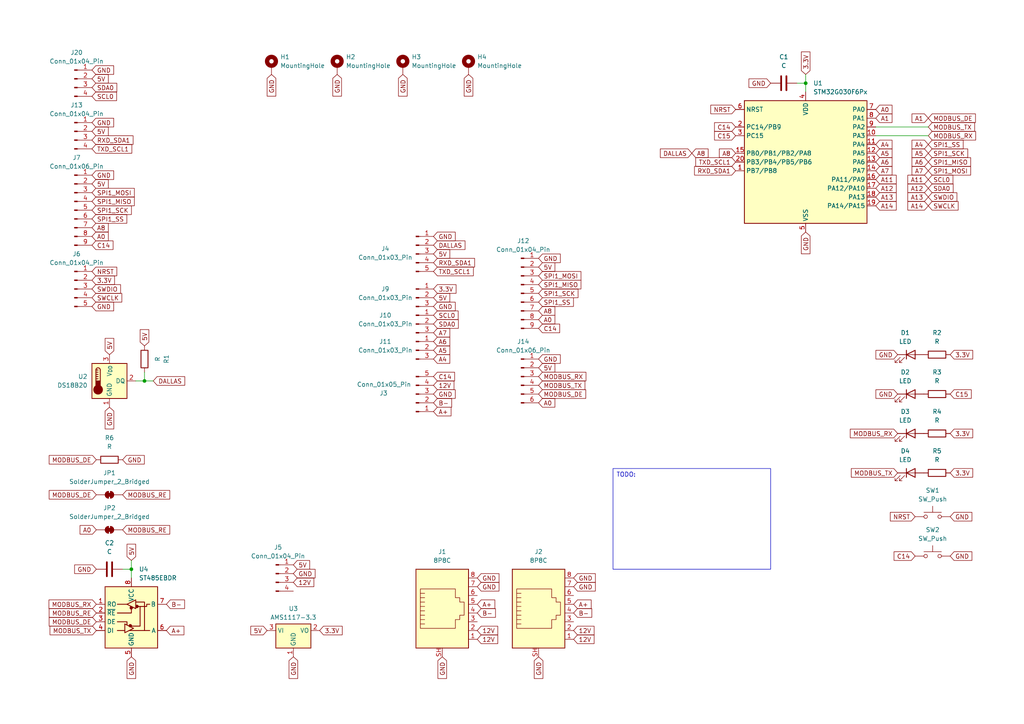
<source format=kicad_sch>
(kicad_sch (version 20231120) (generator "eeschema") (generator_version "8.0")
  (paper "A4")
  (lib_symbols
    (symbol "Connector:8P8C_Shielded" (pin_names (offset 1.016))
      (property "Reference" "J" (at -5.08 13.97 0))
      (property "Value" "8P8C_Shielded" (at 2.54 13.97 0))
      (symbol "8P8C_Shielded_0_1"
        (polyline (pts (xy -5.08 4.445) (xy -6.35 4.445)))
        (polyline (pts (xy -5.08 5.715) (xy -6.35 5.715)))
        (polyline (pts (xy -6.35 -3.175) (xy -5.08 -3.175) (xy -5.08 -3.175)))
        (polyline (pts (xy -6.35 -1.905) (xy -5.08 -1.905) (xy -5.08 -1.905)))
        (polyline (pts (xy -6.35 -0.635) (xy -5.08 -0.635) (xy -5.08 -0.635)))
        (polyline (pts (xy -6.35 0.635) (xy -5.08 0.635) (xy -5.08 0.635)))
        (polyline (pts (xy -6.35 1.905) (xy -5.08 1.905) (xy -5.08 1.905)))
        (polyline (pts (xy -5.08 3.175) (xy -6.35 3.175) (xy -6.35 3.175)))
        (polyline (pts (xy -6.35 -4.445) (xy -6.35 6.985) (xy 3.81 6.985) (xy 3.81 4.445) (xy 5.08 4.445) (xy 5.08 3.175) (xy 6.35 3.175) (xy 6.35 -0.635) (xy 5.08 -0.635) (xy 5.08 -1.905) (xy 3.81 -1.905) (xy 3.81 -4.445) (xy -6.35 -4.445) (xy -6.35 -4.445)))
        (rectangle (start 7.62 12.7) (end -7.62 -10.16) (stroke (width 0.254)) (fill (type background)))
      )
      (symbol "8P8C_Shielded_1_1"
        (pin passive line (at 10.16 -7.62 180) (length 2.54) (name "~") (number "1"))
        (pin passive line (at 10.16 -5.08 180) (length 2.54) (name "~") (number "2"))
        (pin passive line (at 10.16 -2.54 180) (length 2.54) (name "~") (number "3"))
        (pin passive line (at 10.16 0 180) (length 2.54) (name "~") (number "4"))
        (pin passive line (at 10.16 2.54 180) (length 2.54) (name "~") (number "5"))
        (pin passive line (at 10.16 5.08 180) (length 2.54) (name "~") (number "6"))
        (pin passive line (at 10.16 7.62 180) (length 2.54) (name "~") (number "7"))
        (pin passive line (at 10.16 10.16 180) (length 2.54) (name "~") (number "8"))
        (pin passive line (at 0 -12.7 90) (length 2.54) (name "~") (number "SH"))
      )
    )
    (symbol "Connector:Conn_01x03_Pin" (pin_names (offset 1.016) hide)
      (property "Reference" "J" (at 0 5.08 0))
      (property "Value" "Conn_01x03_Pin" (at 0 -5.08 0))
      (symbol "Conn_01x03_Pin_1_1"
        (polyline (pts (xy 1.27 -2.54) (xy 0.8636 -2.54)) (stroke (width 0.1524)))
        (polyline (pts (xy 1.27 0) (xy 0.8636 0)) (stroke (width 0.1524)))
        (polyline (pts (xy 1.27 2.54) (xy 0.8636 2.54)) (stroke (width 0.1524)))
        (rectangle (start 0.8636 -2.413) (end 0 -2.667) (stroke (width 0.1524)) (fill (type outline)))
        (rectangle (start 0.8636 0.127) (end 0 -0.127) (stroke (width 0.1524)) (fill (type outline)))
        (rectangle (start 0.8636 2.667) (end 0 2.413) (stroke (width 0.1524)) (fill (type outline)))
        (pin passive line (at 5.08 2.54 180) (length 3.81) (name "Pin_1") (number "1"))
        (pin passive line (at 5.08 0 180) (length 3.81) (name "Pin_2") (number "2"))
        (pin passive line (at 5.08 -2.54 180) (length 3.81) (name "Pin_3") (number "3"))
      )
    )
    (symbol "Connector:Conn_01x04_Pin" (pin_names (offset 1.016) hide)
      (property "Reference" "J" (at 0 5.08 0))
      (property "Value" "Conn_01x04_Pin" (at 0 -7.62 0))
      (symbol "Conn_01x04_Pin_1_1"
        (polyline (pts (xy 1.27 -5.08) (xy 0.8636 -5.08)) (stroke (width 0.1524)))
        (polyline (pts (xy 1.27 -2.54) (xy 0.8636 -2.54)) (stroke (width 0.1524)))
        (polyline (pts (xy 1.27 0) (xy 0.8636 0)) (stroke (width 0.1524)))
        (polyline (pts (xy 1.27 2.54) (xy 0.8636 2.54)) (stroke (width 0.1524)))
        (rectangle (start 0.8636 -4.953) (end 0 -5.207) (stroke (width 0.1524)) (fill (type outline)))
        (rectangle (start 0.8636 -2.413) (end 0 -2.667) (stroke (width 0.1524)) (fill (type outline)))
        (rectangle (start 0.8636 0.127) (end 0 -0.127) (stroke (width 0.1524)) (fill (type outline)))
        (rectangle (start 0.8636 2.667) (end 0 2.413) (stroke (width 0.1524)) (fill (type outline)))
        (pin passive line (at 5.08 2.54 180) (length 3.81) (name "Pin_1") (number "1"))
        (pin passive line (at 5.08 0 180) (length 3.81) (name "Pin_2") (number "2"))
        (pin passive line (at 5.08 -2.54 180) (length 3.81) (name "Pin_3") (number "3"))
        (pin passive line (at 5.08 -5.08 180) (length 3.81) (name "Pin_4") (number "4"))
      )
    )
    (symbol "Connector:Conn_01x05_Pin" (pin_names (offset 1.016) hide)
      (property "Reference" "J" (at 0 7.62 0))
      (property "Value" "Conn_01x05_Pin" (at 0 -7.62 0))
      (symbol "Conn_01x05_Pin_1_1"
        (polyline (pts (xy 1.27 -5.08) (xy 0.8636 -5.08)) (stroke (width 0.1524)))
        (polyline (pts (xy 1.27 -2.54) (xy 0.8636 -2.54)) (stroke (width 0.1524)))
        (polyline (pts (xy 1.27 0) (xy 0.8636 0)) (stroke (width 0.1524)))
        (polyline (pts (xy 1.27 2.54) (xy 0.8636 2.54)) (stroke (width 0.1524)))
        (polyline (pts (xy 1.27 5.08) (xy 0.8636 5.08)) (stroke (width 0.1524)))
        (rectangle (start 0.8636 -4.953) (end 0 -5.207) (stroke (width 0.1524)) (fill (type outline)))
        (rectangle (start 0.8636 -2.413) (end 0 -2.667) (stroke (width 0.1524)) (fill (type outline)))
        (rectangle (start 0.8636 0.127) (end 0 -0.127) (stroke (width 0.1524)) (fill (type outline)))
        (rectangle (start 0.8636 2.667) (end 0 2.413) (stroke (width 0.1524)) (fill (type outline)))
        (rectangle (start 0.8636 5.207) (end 0 4.953) (stroke (width 0.1524)) (fill (type outline)))
        (pin passive line (at 5.08 5.08 180) (length 3.81) (name "Pin_1") (number "1"))
        (pin passive line (at 5.08 2.54 180) (length 3.81) (name "Pin_2") (number "2"))
        (pin passive line (at 5.08 0 180) (length 3.81) (name "Pin_3") (number "3"))
        (pin passive line (at 5.08 -2.54 180) (length 3.81) (name "Pin_4") (number "4"))
        (pin passive line (at 5.08 -5.08 180) (length 3.81) (name "Pin_5") (number "5"))
      )
    )
    (symbol "Connector:Conn_01x06_Pin" (pin_names (offset 1.016) hide)
      (property "Reference" "J" (at 0 7.62 0))
      (property "Value" "Conn_01x06_Pin" (at 0 -10.16 0))
      (symbol "Conn_01x06_Pin_1_1"
        (polyline (pts (xy 1.27 -7.62) (xy 0.8636 -7.62)) (stroke (width 0.1524)))
        (polyline (pts (xy 1.27 -5.08) (xy 0.8636 -5.08)) (stroke (width 0.1524)))
        (polyline (pts (xy 1.27 -2.54) (xy 0.8636 -2.54)) (stroke (width 0.1524)))
        (polyline (pts (xy 1.27 0) (xy 0.8636 0)) (stroke (width 0.1524)))
        (polyline (pts (xy 1.27 2.54) (xy 0.8636 2.54)) (stroke (width 0.1524)))
        (polyline (pts (xy 1.27 5.08) (xy 0.8636 5.08)) (stroke (width 0.1524)))
        (rectangle (start 0.8636 -7.493) (end 0 -7.747) (stroke (width 0.1524)) (fill (type outline)))
        (rectangle (start 0.8636 -4.953) (end 0 -5.207) (stroke (width 0.1524)) (fill (type outline)))
        (rectangle (start 0.8636 -2.413) (end 0 -2.667) (stroke (width 0.1524)) (fill (type outline)))
        (rectangle (start 0.8636 0.127) (end 0 -0.127) (stroke (width 0.1524)) (fill (type outline)))
        (rectangle (start 0.8636 2.667) (end 0 2.413) (stroke (width 0.1524)) (fill (type outline)))
        (rectangle (start 0.8636 5.207) (end 0 4.953) (stroke (width 0.1524)) (fill (type outline)))
        (pin passive line (at 5.08 5.08 180) (length 3.81) (name "Pin_1") (number "1"))
        (pin passive line (at 5.08 2.54 180) (length 3.81) (name "Pin_2") (number "2"))
        (pin passive line (at 5.08 0 180) (length 3.81) (name "Pin_3") (number "3"))
        (pin passive line (at 5.08 -2.54 180) (length 3.81) (name "Pin_4") (number "4"))
        (pin passive line (at 5.08 -5.08 180) (length 3.81) (name "Pin_5") (number "5"))
        (pin passive line (at 5.08 -7.62 180) (length 3.81) (name "Pin_6") (number "6"))
      )
    )
    (symbol "Connector:Conn_01x09_Pin" (pin_names (offset 1.016) hide)
      (property "Reference" "J" (at 0 12.7 0))
      (property "Value" "Conn_01x09_Pin" (at 0 -12.7 0))
      (symbol "Conn_01x09_Pin_1_1"
        (polyline (pts (xy 1.27 -10.16) (xy 0.8636 -10.16)) (stroke (width 0.1524)))
        (polyline (pts (xy 1.27 -7.62) (xy 0.8636 -7.62)) (stroke (width 0.1524)))
        (polyline (pts (xy 1.27 -5.08) (xy 0.8636 -5.08)) (stroke (width 0.1524)))
        (polyline (pts (xy 1.27 -2.54) (xy 0.8636 -2.54)) (stroke (width 0.1524)))
        (polyline (pts (xy 1.27 0) (xy 0.8636 0)) (stroke (width 0.1524)))
        (polyline (pts (xy 1.27 2.54) (xy 0.8636 2.54)) (stroke (width 0.1524)))
        (polyline (pts (xy 1.27 5.08) (xy 0.8636 5.08)) (stroke (width 0.1524)))
        (polyline (pts (xy 1.27 7.62) (xy 0.8636 7.62)) (stroke (width 0.1524)))
        (polyline (pts (xy 1.27 10.16) (xy 0.8636 10.16)) (stroke (width 0.1524)))
        (rectangle (start 0.8636 -10.033) (end 0 -10.287) (stroke (width 0.1524)) (fill (type outline)))
        (rectangle (start 0.8636 -7.493) (end 0 -7.747) (stroke (width 0.1524)) (fill (type outline)))
        (rectangle (start 0.8636 -4.953) (end 0 -5.207) (stroke (width 0.1524)) (fill (type outline)))
        (rectangle (start 0.8636 -2.413) (end 0 -2.667) (stroke (width 0.1524)) (fill (type outline)))
        (rectangle (start 0.8636 0.127) (end 0 -0.127) (stroke (width 0.1524)) (fill (type outline)))
        (rectangle (start 0.8636 2.667) (end 0 2.413) (stroke (width 0.1524)) (fill (type outline)))
        (rectangle (start 0.8636 5.207) (end 0 4.953) (stroke (width 0.1524)) (fill (type outline)))
        (rectangle (start 0.8636 7.747) (end 0 7.493) (stroke (width 0.1524)) (fill (type outline)))
        (rectangle (start 0.8636 10.287) (end 0 10.033) (stroke (width 0.1524)) (fill (type outline)))
        (pin passive line (at 5.08 10.16 180) (length 3.81) (name "Pin_1") (number "1"))
        (pin passive line (at 5.08 7.62 180) (length 3.81) (name "Pin_2") (number "2"))
        (pin passive line (at 5.08 5.08 180) (length 3.81) (name "Pin_3") (number "3"))
        (pin passive line (at 5.08 2.54 180) (length 3.81) (name "Pin_4") (number "4"))
        (pin passive line (at 5.08 0 180) (length 3.81) (name "Pin_5") (number "5"))
        (pin passive line (at 5.08 -2.54 180) (length 3.81) (name "Pin_6") (number "6"))
        (pin passive line (at 5.08 -5.08 180) (length 3.81) (name "Pin_7") (number "7"))
        (pin passive line (at 5.08 -7.62 180) (length 3.81) (name "Pin_8") (number "8"))
        (pin passive line (at 5.08 -10.16 180) (length 3.81) (name "Pin_9") (number "9"))
      )
    )
    (symbol "Device:C" (pin_numbers hide) (pin_names (offset 0.254))
      (property "Reference" "C" (at 0.635 2.54 0))
      (property "Value" "C" (at 0.635 -2.54 0))
      (symbol "C_0_1"
        (polyline (pts (xy -2.032 -0.762) (xy 2.032 -0.762)) (stroke (width 0.508)))
        (polyline (pts (xy -2.032 0.762) (xy 2.032 0.762)) (stroke (width 0.508)))
      )
      (symbol "C_1_1"
        (pin passive line (at 0 3.81 270) (length 2.794) (name "~") (number "1"))
        (pin passive line (at 0 -3.81 90) (length 2.794) (name "~") (number "2"))
      )
    )
    (symbol "Device:LED" (pin_numbers hide) (pin_names (offset 1.016) hide)
      (property "Reference" "D" (at 0 2.54 0))
      (property "Value" "LED" (at 0 -2.54 0))
      (symbol "LED_0_1"
        (polyline (pts (xy -1.27 -1.27) (xy -1.27 1.27)) (stroke (width 0.254)))
        (polyline (pts (xy -1.27 0) (xy 1.27 0)))
        (polyline (pts (xy 1.27 -1.27) (xy 1.27 1.27) (xy -1.27 0) (xy 1.27 -1.27)) (stroke (width 0.254)))
        (polyline (pts (xy -3.048 -0.762) (xy -4.572 -2.286) (xy -3.81 -2.286) (xy -4.572 -2.286) (xy -4.572 -1.524)))
        (polyline (pts (xy -1.778 -0.762) (xy -3.302 -2.286) (xy -2.54 -2.286) (xy -3.302 -2.286) (xy -3.302 -1.524)))
      )
      (symbol "LED_1_1"
        (pin passive line (at -3.81 0 0) (length 2.54) (name "K") (number "1"))
        (pin passive line (at 3.81 0 180) (length 2.54) (name "A") (number "2"))
      )
    )
    (symbol "Device:R" (pin_numbers hide) (pin_names (offset 0))
      (property "Reference" "R" (at 2.032 0 90))
      (property "Value" "R" (at 0 0 90))
      (symbol "R_0_1"
        (rectangle (start -1.016 -2.54) (end 1.016 2.54) (stroke (width 0.254)))
      )
      (symbol "R_1_1"
        (pin passive line (at 0 3.81 270) (length 1.27) (name "~") (number "1"))
        (pin passive line (at 0 -3.81 90) (length 1.27) (name "~") (number "2"))
      )
    )
    (symbol "Interface_UART:ST485EBDR"
      (property "Reference" "U" (at -6.35 8.89 0))
      (property "Value" "ST485EBDR" (at 1.27 8.89 0))
      (symbol "ST485EBDR_0_1"
        (rectangle (start -7.62 7.62) (end 7.62 -10.16) (stroke (width 0.254)) (fill (type background)))
        (circle (center -0.3048 -3.683) (radius 0.3556) (stroke (width 0.254)) (fill (type outline)))
        (circle (center -0.0254 1.4986) (radius 0.3556) (stroke (width 0.254)) (fill (type outline)))
        (polyline (pts (xy -4.064 -5.08) (xy -1.905 -5.08)) (stroke (width 0.254)))
        (polyline (pts (xy -4.064 2.54) (xy -1.27 2.54)) (stroke (width 0.254)))
        (polyline (pts (xy -1.27 -3.2004) (xy -1.27 -3.4544)) (stroke (width 0.254)))
        (polyline (pts (xy -0.635 -5.08) (xy 5.334 -5.08)) (stroke (width 0.254)))
        (polyline (pts (xy -4.064 -2.54) (xy -1.27 -2.54) (xy -1.27 -3.175)) (stroke (width 0.254)))
        (polyline (pts (xy 0 1.27) (xy 0 0) (xy -4.064 0)) (stroke (width 0.254)))
        (polyline (pts (xy 1.27 3.175) (xy 3.81 3.175) (xy 3.81 -5.08)) (stroke (width 0.254)))
        (polyline (pts (xy 2.54 1.905) (xy 2.54 -3.81) (xy 0 -3.81)) (stroke (width 0.254)))
        (polyline (pts (xy -1.905 -3.175) (xy -1.905 -5.715) (xy 0.635 -4.445) (xy -1.905 -3.175)) (stroke (width 0.254)))
        (polyline (pts (xy -1.27 2.54) (xy 1.27 3.81) (xy 1.27 1.27) (xy -1.27 2.54)) (stroke (width 0.254)))
        (polyline (pts (xy 1.905 1.905) (xy 4.445 1.905) (xy 4.445 2.54) (xy 5.334 2.54)) (stroke (width 0.254)))
        (rectangle (start 1.27 3.175) (end 1.27 3.175))
        (circle (center 1.651 1.905) (radius 0.3556) (stroke (width 0.254)) (fill (type outline)))
      )
      (symbol "ST485EBDR_1_1"
        (pin output line (at -10.16 2.54 0) (length 2.54) (name "RO") (number "1"))
        (pin input line (at -10.16 0 0) (length 2.54) (name "~{RE}") (number "2"))
        (pin input line (at -10.16 -2.54 0) (length 2.54) (name "DE") (number "3"))
        (pin input line (at -10.16 -5.08 0) (length 2.54) (name "DI") (number "4"))
        (pin power_in line (at 0 -12.7 90) (length 2.54) (name "GND") (number "5"))
        (pin bidirectional line (at 10.16 -5.08 180) (length 2.54) (name "A") (number "6"))
        (pin bidirectional line (at 10.16 2.54 180) (length 2.54) (name "B") (number "7"))
        (pin power_in line (at 0 10.16 270) (length 2.54) (name "VCC") (number "8"))
      )
    )
    (symbol "Jumper:SolderJumper_2_Bridged" (pin_numbers hide) (pin_names (offset 0) hide) (exclude_from_sim yes) (in_bom no)
      (property "Reference" "JP" (at 0 2.032 0))
      (property "Value" "SolderJumper_2_Bridged" (at 0 -2.54 0))
      (symbol "SolderJumper_2_Bridged_0_1"
        (rectangle (start -0.508 0.508) (end 0.508 -0.508) (fill (type outline)))
        (arc (start -0.254 1.016) (mid -1.2656 0) (end -0.254 -1.016))
        (arc (start -0.254 1.016) (mid -1.2656 0) (end -0.254 -1.016) (fill (type outline)))
        (polyline (pts (xy -0.254 1.016) (xy -0.254 -1.016)))
        (polyline (pts (xy 0.254 1.016) (xy 0.254 -1.016)))
        (arc (start 0.254 -1.016) (mid 1.2656 0) (end 0.254 1.016))
        (arc (start 0.254 -1.016) (mid 1.2656 0) (end 0.254 1.016) (fill (type outline)))
      )
      (symbol "SolderJumper_2_Bridged_1_1"
        (pin passive line (at -3.81 0 0) (length 2.54) (name "A") (number "1"))
        (pin passive line (at 3.81 0 180) (length 2.54) (name "B") (number "2"))
      )
    )
    (symbol "MCU_ST_STM32G0:STM32G030F6Px"
      (property "Reference" "U" (at -17.78 19.05 0))
      (property "Value" "STM32G030F6Px" (at 2.54 19.05 0))
      (symbol "STM32G030F6Px_0_1"
        (rectangle (start -17.78 -17.78) (end 17.78 17.78) (stroke (width 0.254)) (fill (type background)))
      )
      (symbol "STM32G030F6Px_1_1"
        (pin bidirectional line (at -20.32 -2.54 0) (length 2.54) (name "PB7/PB8") (number "1"))
        (pin bidirectional line (at 20.32 7.62 180) (length 2.54) (name "PA3") (number "10"))
        (pin bidirectional line (at 20.32 5.08 180) (length 2.54) (name "PA4") (number "11"))
        (pin bidirectional line (at 20.32 2.54 180) (length 2.54) (name "PA5") (number "12"))
        (pin bidirectional line (at 20.32 0 180) (length 2.54) (name "PA6") (number "13"))
        (pin bidirectional line (at 20.32 -2.54 180) (length 2.54) (name "PA7") (number "14"))
        (pin bidirectional line (at -20.32 2.54 0) (length 2.54) (name "PB0/PB1/PB2/PA8") (number "15"))
        (pin bidirectional line (at 20.32 -5.08 180) (length 2.54) (name "PA11/PA9") (number "16"))
        (pin bidirectional line (at 20.32 -7.62 180) (length 2.54) (name "PA12/PA10") (number "17"))
        (pin bidirectional line (at 20.32 -10.16 180) (length 2.54) (name "PA13") (number "18"))
        (pin bidirectional line (at 20.32 -12.7 180) (length 2.54) (name "PA14/PA15") (number "19"))
        (pin bidirectional line (at -20.32 10.16 0) (length 2.54) (name "PC14/PB9") (number "2"))
        (pin bidirectional line (at -20.32 0 0) (length 2.54) (name "PB3/PB4/PB5/PB6") (number "20"))
        (pin bidirectional line (at -20.32 7.62 0) (length 2.54) (name "PC15") (number "3"))
        (pin power_in line (at 0 20.32 270) (length 2.54) (name "VDD") (number "4"))
        (pin power_in line (at 0 -20.32 90) (length 2.54) (name "VSS") (number "5"))
        (pin input line (at -20.32 15.24 0) (length 2.54) (name "NRST") (number "6"))
        (pin bidirectional line (at 20.32 15.24 180) (length 2.54) (name "PA0") (number "7"))
        (pin bidirectional line (at 20.32 12.7 180) (length 2.54) (name "PA1") (number "8"))
        (pin bidirectional line (at 20.32 10.16 180) (length 2.54) (name "PA2") (number "9"))
      )
    )
    (symbol "Mechanical:MountingHole_Pad" (pin_numbers hide) (pin_names (offset 1.016) hide) (exclude_from_sim yes) (in_bom no)
      (property "Reference" "H" (at 0 6.35 0))
      (property "Value" "MountingHole_Pad" (at 0 4.445 0))
      (symbol "MountingHole_Pad_0_1"
        (circle (center 0 1.27) (radius 1.27) (stroke (width 1.27)))
      )
      (symbol "MountingHole_Pad_1_1"
        (pin input line (at 0 -2.54 90) (length 2.54) (name "1") (number "1"))
      )
    )
    (symbol "Regulator_Linear:AMS1117-3.3"
      (property "Reference" "U" (at -3.81 3.175 0))
      (property "Value" "AMS1117-3.3" (at 0 3.175 0))
      (symbol "AMS1117-3.3_0_1"
        (rectangle (start -5.08 -5.08) (end 5.08 1.905) (stroke (width 0.254)) (fill (type background)))
      )
      (symbol "AMS1117-3.3_1_1"
        (pin power_in line (at 0 -7.62 90) (length 2.54) (name "GND") (number "1"))
        (pin power_out line (at 7.62 0 180) (length 2.54) (name "VO") (number "2"))
        (pin power_in line (at -7.62 0 0) (length 2.54) (name "VI") (number "3"))
      )
    )
    (symbol "Sensor_Temperature:DS18B20"
      (property "Reference" "U" (at -3.81 6.35 0))
      (property "Value" "DS18B20" (at 6.35 6.35 0))
      (symbol "DS18B20_0_1"
        (rectangle (start -5.08 5.08) (end 5.08 -5.08) (stroke (width 0.254)) (fill (type background)))
        (circle (center -3.302 -2.54) (radius 1.27) (stroke (width 0.254)) (fill (type outline)))
        (rectangle (start -2.667 -1.905) (end -3.937 0) (stroke (width 0.254)) (fill (type outline)))
        (arc (start -2.667 3.175) (mid -3.302 3.8073) (end -3.937 3.175) (stroke (width 0.254)))
        (polyline (pts (xy -3.937 0.635) (xy -3.302 0.635)) (stroke (width 0.254)))
        (polyline (pts (xy -3.937 1.27) (xy -3.302 1.27)) (stroke (width 0.254)))
        (polyline (pts (xy -3.937 1.905) (xy -3.302 1.905)) (stroke (width 0.254)))
        (polyline (pts (xy -3.937 2.54) (xy -3.302 2.54)) (stroke (width 0.254)))
        (polyline (pts (xy -3.937 3.175) (xy -3.937 0)) (stroke (width 0.254)))
        (polyline (pts (xy -3.937 3.175) (xy -3.302 3.175)) (stroke (width 0.254)))
        (polyline (pts (xy -2.667 3.175) (xy -2.667 0)) (stroke (width 0.254)))
      )
      (symbol "DS18B20_1_1"
        (pin power_in line (at 0 -7.62 90) (length 2.54) (name "GND") (number "1"))
        (pin bidirectional line (at 7.62 0 180) (length 2.54) (name "DQ") (number "2"))
        (pin power_in line (at 0 7.62 270) (length 2.54) (name "V_{DD}") (number "3"))
      )
    )
    (symbol "Switch:SW_Push" (pin_numbers hide) (pin_names (offset 1.016) hide)
      (property "Reference" "SW" (at 1.27 2.54 0))
      (property "Value" "SW_Push" (at 0 -1.524 0))
      (symbol "SW_Push_0_1"
        (circle (center -2.032 0) (radius 0.508))
        (polyline (pts (xy 0 1.27) (xy 0 3.048)))
        (polyline (pts (xy 2.54 1.27) (xy -2.54 1.27)))
        (circle (center 2.032 0) (radius 0.508))
        (pin passive line (at -5.08 0 0) (length 2.54) (name "1") (number "1"))
        (pin passive line (at 5.08 0 180) (length 2.54) (name "2") (number "2"))
      )
    )
  )
  (junction (at 41.91 110.49))
  (junction (at 38.1 165.1))
  (junction (at 233.68 24.13))
  (wire (pts (xy 233.68 21.59) (xy 233.68 24.13)))
  (wire (pts (xy 39.37 110.49) (xy 41.91 110.49)))
  (wire (pts (xy 38.1 165.1) (xy 38.1 167.64)))
  (wire (pts (xy 41.91 110.49) (xy 44.45 110.49)))
  (wire (pts (xy 38.1 165.1) (xy 35.56 165.1)))
  (wire (pts (xy 254 39.37) (xy 269.24 39.37)))
  (wire (pts (xy 233.68 24.13) (xy 233.68 26.67)))
  (wire (pts (xy 41.91 107.95) (xy 41.91 110.49)))
  (wire (pts (xy 254 36.83) (xy 269.24 36.83)))
  (wire (pts (xy 38.1 162.56) (xy 38.1 165.1)))
  (wire (pts (xy 233.68 24.13) (xy 231.14 24.13)))
  (text_box "TODO:" (at 177.8 135.89 0) (size 45.72 29.21) (effects (font (size 1.27 1.27)) (justify left top)))
  (global_label "A13" (shape input) (at 254 57.15 0) (property "Intersheetrefs" "${INTERSHEET_REFS}" (effects (hide yes))))
  (global_label "A4" (shape input) (at 254 41.91 0) (property "Intersheetrefs" "${INTERSHEET_REFS}" (effects (hide yes))))
  (global_label "SPI1_SCK" (shape input) (at 26.67 60.96 0) (property "Intersheetrefs" "${INTERSHEET_REFS}" (effects (hide yes))))
  (global_label "5V" (shape input) (at 26.67 53.34 0) (property "Intersheetrefs" "${INTERSHEET_REFS}" (effects (hide yes))))
  (global_label "5V" (shape input) (at 26.67 22.86 0) (property "Intersheetrefs" "${INTERSHEET_REFS}" (effects (hide yes))))
  (global_label "5V" (shape input) (at 125.73 73.66 0) (property "Intersheetrefs" "${INTERSHEET_REFS}" (effects (hide yes))))
  (global_label "3.3V" (shape input) (at 275.59 137.16 0) (property "Intersheetrefs" "${INTERSHEET_REFS}" (effects (hide yes))))
  (global_label "5V" (shape input) (at 85.09 163.83 0) (property "Intersheetrefs" "${INTERSHEET_REFS}" (effects (hide yes))))
  (global_label "A4" (shape input) (at 125.73 104.14 0) (property "Intersheetrefs" "${INTERSHEET_REFS}" (effects (hide yes))))
  (global_label "C14" (shape input) (at 213.36 36.83 180) (property "Intersheetrefs" "${INTERSHEET_REFS}" (effects (hide yes))))
  (global_label "B-" (shape input) (at 48.26 175.26 0) (property "Intersheetrefs" "${INTERSHEET_REFS}" (effects (hide yes))))
  (global_label "GND" (shape input) (at 26.67 88.9 0) (property "Intersheetrefs" "${INTERSHEET_REFS}" (effects (hide yes))))
  (global_label "GND" (shape input) (at 125.73 88.9 0) (property "Intersheetrefs" "${INTERSHEET_REFS}" (effects (hide yes))))
  (global_label "MODBUS_TX" (shape input) (at 260.35 137.16 180) (property "Intersheetrefs" "${INTERSHEET_REFS}" (effects (hide yes))))
  (global_label "A0" (shape input) (at 156.21 116.84 0) (property "Intersheetrefs" "${INTERSHEET_REFS}" (effects (hide yes))))
  (global_label "SPI1_MISO" (shape input) (at 269.24 46.99 0) (property "Intersheetrefs" "${INTERSHEET_REFS}" (effects (hide yes))))
  (global_label "SDA0" (shape input) (at 125.73 93.98 0) (property "Intersheetrefs" "${INTERSHEET_REFS}" (effects (hide yes))))
  (global_label "SDA0" (shape input) (at 269.24 54.61 0) (property "Intersheetrefs" "${INTERSHEET_REFS}" (effects (hide yes))))
  (global_label "5V" (shape input) (at 77.47 182.88 180) (property "Intersheetrefs" "${INTERSHEET_REFS}" (effects (hide yes))))
  (global_label "GND" (shape input) (at 97.79 21.59 270) (property "Intersheetrefs" "${INTERSHEET_REFS}" (effects (hide yes))))
  (global_label "5V" (shape input) (at 41.91 100.33 90) (property "Intersheetrefs" "${INTERSHEET_REFS}" (effects (hide yes))))
  (global_label "A4" (shape input) (at 269.24 41.91 180) (property "Intersheetrefs" "${INTERSHEET_REFS}" (effects (hide yes))))
  (global_label "SDA0" (shape input) (at 26.67 25.4 0) (property "Intersheetrefs" "${INTERSHEET_REFS}" (effects (hide yes))))
  (global_label "MODBUS_DE" (shape input) (at 27.94 133.35 180) (property "Intersheetrefs" "${INTERSHEET_REFS}" (effects (hide yes))))
  (global_label "SWDIO" (shape input) (at 26.67 83.82 0) (property "Intersheetrefs" "${INTERSHEET_REFS}" (effects (hide yes))))
  (global_label "GND" (shape input) (at 138.43 167.64 0) (property "Intersheetrefs" "${INTERSHEET_REFS}" (effects (hide yes))))
  (global_label "MODBUS_RE" (shape input) (at 27.94 177.8 180) (property "Intersheetrefs" "${INTERSHEET_REFS}" (effects (hide yes))))
  (global_label "SPI1_SS" (shape input) (at 269.24 41.91 0) (property "Intersheetrefs" "${INTERSHEET_REFS}" (effects (hide yes))))
  (global_label "A8" (shape input) (at 26.67 66.04 0) (property "Intersheetrefs" "${INTERSHEET_REFS}" (effects (hide yes))))
  (global_label "A0" (shape input) (at 156.21 92.71 0) (property "Intersheetrefs" "${INTERSHEET_REFS}" (effects (hide yes))))
  (global_label "GND" (shape input) (at 275.59 149.86 0) (property "Intersheetrefs" "${INTERSHEET_REFS}" (effects (hide yes))))
  (global_label "A11" (shape input) (at 269.24 52.07 180) (property "Intersheetrefs" "${INTERSHEET_REFS}" (effects (hide yes))))
  (global_label "3.3V" (shape input) (at 125.73 83.82 0) (property "Intersheetrefs" "${INTERSHEET_REFS}" (effects (hide yes))))
  (global_label "A5" (shape input) (at 125.73 101.6 0) (property "Intersheetrefs" "${INTERSHEET_REFS}" (effects (hide yes))))
  (global_label "GND" (shape input) (at 31.75 118.11 270) (property "Intersheetrefs" "${INTERSHEET_REFS}" (effects (hide yes))))
  (global_label "GND" (shape input) (at 125.73 68.58 0) (property "Intersheetrefs" "${INTERSHEET_REFS}" (effects (hide yes))))
  (global_label "MODBUS_DE" (shape input) (at 269.24 34.29 0) (property "Intersheetrefs" "${INTERSHEET_REFS}" (effects (hide yes))))
  (global_label "A5" (shape input) (at 269.24 44.45 180) (property "Intersheetrefs" "${INTERSHEET_REFS}" (effects (hide yes))))
  (global_label "12V" (shape input) (at 125.73 111.76 0) (property "Intersheetrefs" "${INTERSHEET_REFS}" (effects (hide yes))))
  (global_label "MODBUS_RE" (shape input) (at 35.56 143.51 0) (property "Intersheetrefs" "${INTERSHEET_REFS}" (effects (hide yes))))
  (global_label "MODBUS_TX" (shape input) (at 156.21 111.76 0) (property "Intersheetrefs" "${INTERSHEET_REFS}" (effects (hide yes))))
  (global_label "GND" (shape input) (at 38.1 190.5 270) (property "Intersheetrefs" "${INTERSHEET_REFS}" (effects (hide yes))))
  (global_label "A0" (shape input) (at 26.67 68.58 0) (property "Intersheetrefs" "${INTERSHEET_REFS}" (effects (hide yes))))
  (global_label "A+" (shape input) (at 138.43 175.26 0) (property "Intersheetrefs" "${INTERSHEET_REFS}" (effects (hide yes))))
  (global_label "DALLAS" (shape input) (at 125.73 71.12 0) (property "Intersheetrefs" "${INTERSHEET_REFS}" (effects (hide yes))))
  (global_label "A5" (shape input) (at 254 44.45 0) (property "Intersheetrefs" "${INTERSHEET_REFS}" (effects (hide yes))))
  (global_label "MODBUS_RX" (shape input) (at 156.21 109.22 0) (property "Intersheetrefs" "${INTERSHEET_REFS}" (effects (hide yes))))
  (global_label "GND" (shape input) (at 26.67 50.8 0) (property "Intersheetrefs" "${INTERSHEET_REFS}" (effects (hide yes))))
  (global_label "GND" (shape input) (at 223.52 24.13 180) (property "Intersheetrefs" "${INTERSHEET_REFS}" (effects (hide yes))))
  (global_label "SPI1_SS" (shape input) (at 156.21 87.63 0) (property "Intersheetrefs" "${INTERSHEET_REFS}" (effects (hide yes))))
  (global_label "MODBUS_DE" (shape input) (at 27.94 143.51 180) (property "Intersheetrefs" "${INTERSHEET_REFS}" (effects (hide yes))))
  (global_label "GND" (shape input) (at 275.59 161.29 0) (property "Intersheetrefs" "${INTERSHEET_REFS}" (effects (hide yes))))
  (global_label "GND" (shape input) (at 116.84 21.59 270) (property "Intersheetrefs" "${INTERSHEET_REFS}" (effects (hide yes))))
  (global_label "C15" (shape input) (at 213.36 39.37 180) (property "Intersheetrefs" "${INTERSHEET_REFS}" (effects (hide yes))))
  (global_label "MODBUS_RX" (shape input) (at 260.35 125.73 180) (property "Intersheetrefs" "${INTERSHEET_REFS}" (effects (hide yes))))
  (global_label "GND" (shape input) (at 26.67 35.56 0) (property "Intersheetrefs" "${INTERSHEET_REFS}" (effects (hide yes))))
  (global_label "B-" (shape input) (at 166.37 177.8 0) (property "Intersheetrefs" "${INTERSHEET_REFS}" (effects (hide yes))))
  (global_label "MODBUS_DE" (shape input) (at 27.94 180.34 180) (property "Intersheetrefs" "${INTERSHEET_REFS}" (effects (hide yes))))
  (global_label "SPI1_MISO" (shape input) (at 156.21 82.55 0) (property "Intersheetrefs" "${INTERSHEET_REFS}" (effects (hide yes))))
  (global_label "5V" (shape input) (at 26.67 38.1 0) (property "Intersheetrefs" "${INTERSHEET_REFS}" (effects (hide yes))))
  (global_label "A8" (shape input) (at 200.66 44.45 0) (property "Intersheetrefs" "${INTERSHEET_REFS}" (effects (hide yes))))
  (global_label "GND" (shape input) (at 156.21 190.5 270) (property "Intersheetrefs" "${INTERSHEET_REFS}" (effects (hide yes))))
  (global_label "TXD_SCL1" (shape input) (at 213.36 46.99 180) (property "Intersheetrefs" "${INTERSHEET_REFS}" (effects (hide yes))))
  (global_label "12V" (shape input) (at 138.43 185.42 0) (property "Intersheetrefs" "${INTERSHEET_REFS}" (effects (hide yes))))
  (global_label "12V" (shape input) (at 166.37 182.88 0) (property "Intersheetrefs" "${INTERSHEET_REFS}" (effects (hide yes))))
  (global_label "NRST" (shape input) (at 213.36 31.75 180) (property "Intersheetrefs" "${INTERSHEET_REFS}" (effects (hide yes))))
  (global_label "A11" (shape input) (at 254 52.07 0) (property "Intersheetrefs" "${INTERSHEET_REFS}" (effects (hide yes))))
  (global_label "GND" (shape input) (at 166.37 170.18 0) (property "Intersheetrefs" "${INTERSHEET_REFS}" (effects (hide yes))))
  (global_label "GND" (shape input) (at 27.94 165.1 180) (property "Intersheetrefs" "${INTERSHEET_REFS}" (effects (hide yes))))
  (global_label "NRST" (shape input) (at 26.67 78.74 0) (property "Intersheetrefs" "${INTERSHEET_REFS}" (effects (hide yes))))
  (global_label "RXD_SDA1" (shape input) (at 213.36 49.53 180) (property "Intersheetrefs" "${INTERSHEET_REFS}" (effects (hide yes))))
  (global_label "SCL0" (shape input) (at 269.24 52.07 0) (property "Intersheetrefs" "${INTERSHEET_REFS}" (effects (hide yes))))
  (global_label "A1" (shape input) (at 269.24 34.29 180) (property "Intersheetrefs" "${INTERSHEET_REFS}" (effects (hide yes))))
  (global_label "A7" (shape input) (at 254 49.53 0) (property "Intersheetrefs" "${INTERSHEET_REFS}" (effects (hide yes))))
  (global_label "GND" (shape input) (at 166.37 167.64 0) (property "Intersheetrefs" "${INTERSHEET_REFS}" (effects (hide yes))))
  (global_label "A14" (shape input) (at 269.24 59.69 180) (property "Intersheetrefs" "${INTERSHEET_REFS}" (effects (hide yes))))
  (global_label "A1" (shape input) (at 254 34.29 0) (property "Intersheetrefs" "${INTERSHEET_REFS}" (effects (hide yes))))
  (global_label "RXD_SDA1" (shape input) (at 26.67 40.64 0) (property "Intersheetrefs" "${INTERSHEET_REFS}" (effects (hide yes))))
  (global_label "MODBUS_TX" (shape input) (at 269.24 36.83 0) (property "Intersheetrefs" "${INTERSHEET_REFS}" (effects (hide yes))))
  (global_label "GND" (shape input) (at 85.09 190.5 270) (property "Intersheetrefs" "${INTERSHEET_REFS}" (effects (hide yes))))
  (global_label "GND" (shape input) (at 135.89 21.59 270) (property "Intersheetrefs" "${INTERSHEET_REFS}" (effects (hide yes))))
  (global_label "C14" (shape input) (at 26.67 71.12 0) (property "Intersheetrefs" "${INTERSHEET_REFS}" (effects (hide yes))))
  (global_label "SPI1_MISO" (shape input) (at 26.67 58.42 0) (property "Intersheetrefs" "${INTERSHEET_REFS}" (effects (hide yes))))
  (global_label "12V" (shape input) (at 85.09 168.91 0) (property "Intersheetrefs" "${INTERSHEET_REFS}" (effects (hide yes))))
  (global_label "A+" (shape input) (at 48.26 182.88 0) (property "Intersheetrefs" "${INTERSHEET_REFS}" (effects (hide yes))))
  (global_label "GND" (shape input) (at 85.09 166.37 0) (property "Intersheetrefs" "${INTERSHEET_REFS}" (effects (hide yes))))
  (global_label "SCL0" (shape input) (at 26.67 27.94 0) (property "Intersheetrefs" "${INTERSHEET_REFS}" (effects (hide yes))))
  (global_label "DALLAS" (shape input) (at 200.66 44.45 180) (property "Intersheetrefs" "${INTERSHEET_REFS}" (effects (hide yes))))
  (global_label "SPI1_SCK" (shape input) (at 156.21 85.09 0) (property "Intersheetrefs" "${INTERSHEET_REFS}" (effects (hide yes))))
  (global_label "NRST" (shape input) (at 265.43 149.86 180) (property "Intersheetrefs" "${INTERSHEET_REFS}" (effects (hide yes))))
  (global_label "GND" (shape input) (at 260.35 114.3 180) (property "Intersheetrefs" "${INTERSHEET_REFS}" (effects (hide yes))))
  (global_label "C14" (shape input) (at 265.43 161.29 180) (property "Intersheetrefs" "${INTERSHEET_REFS}" (effects (hide yes))))
  (global_label "SPI1_MOSI" (shape input) (at 269.24 49.53 0) (property "Intersheetrefs" "${INTERSHEET_REFS}" (effects (hide yes))))
  (global_label "GND" (shape input) (at 138.43 170.18 0) (property "Intersheetrefs" "${INTERSHEET_REFS}" (effects (hide yes))))
  (global_label "A0" (shape input) (at 27.94 153.67 180) (property "Intersheetrefs" "${INTERSHEET_REFS}" (effects (hide yes))))
  (global_label "GND" (shape input) (at 156.21 104.14 0) (property "Intersheetrefs" "${INTERSHEET_REFS}" (effects (hide yes))))
  (global_label "5V" (shape input) (at 156.21 77.47 0) (property "Intersheetrefs" "${INTERSHEET_REFS}" (effects (hide yes))))
  (global_label "A8" (shape input) (at 213.36 44.45 180) (property "Intersheetrefs" "${INTERSHEET_REFS}" (effects (hide yes))))
  (global_label "12V" (shape input) (at 166.37 185.42 0) (property "Intersheetrefs" "${INTERSHEET_REFS}" (effects (hide yes))))
  (global_label "12V" (shape input) (at 138.43 182.88 0) (property "Intersheetrefs" "${INTERSHEET_REFS}" (effects (hide yes))))
  (global_label "5V" (shape input) (at 125.73 86.36 0) (property "Intersheetrefs" "${INTERSHEET_REFS}" (effects (hide yes))))
  (global_label "3.3V" (shape input) (at 275.59 125.73 0) (property "Intersheetrefs" "${INTERSHEET_REFS}" (effects (hide yes))))
  (global_label "GND" (shape input) (at 233.68 67.31 270) (property "Intersheetrefs" "${INTERSHEET_REFS}" (effects (hide yes))))
  (global_label "A7" (shape input) (at 269.24 49.53 180) (property "Intersheetrefs" "${INTERSHEET_REFS}" (effects (hide yes))))
  (global_label "SPI1_MOSI" (shape input) (at 26.67 55.88 0) (property "Intersheetrefs" "${INTERSHEET_REFS}" (effects (hide yes))))
  (global_label "TXD_SCL1" (shape input) (at 26.67 43.18 0) (property "Intersheetrefs" "${INTERSHEET_REFS}" (effects (hide yes))))
  (global_label "C14" (shape input) (at 125.73 109.22 0) (property "Intersheetrefs" "${INTERSHEET_REFS}" (effects (hide yes))))
  (global_label "DALLAS" (shape input) (at 44.45 110.49 0) (property "Intersheetrefs" "${INTERSHEET_REFS}" (effects (hide yes))))
  (global_label "MODBUS_RX" (shape input) (at 269.24 39.37 0) (property "Intersheetrefs" "${INTERSHEET_REFS}" (effects (hide yes))))
  (global_label "A+" (shape input) (at 166.37 175.26 0) (property "Intersheetrefs" "${INTERSHEET_REFS}" (effects (hide yes))))
  (global_label "3.3V" (shape input) (at 233.68 21.59 90) (property "Intersheetrefs" "${INTERSHEET_REFS}" (effects (hide yes))))
  (global_label "A6" (shape input) (at 269.24 46.99 180) (property "Intersheetrefs" "${INTERSHEET_REFS}" (effects (hide yes))))
  (global_label "C14" (shape input) (at 156.21 95.25 0) (property "Intersheetrefs" "${INTERSHEET_REFS}" (effects (hide yes))))
  (global_label "5V" (shape input) (at 38.1 162.56 90) (property "Intersheetrefs" "${INTERSHEET_REFS}" (effects (hide yes))))
  (global_label "A8" (shape input) (at 156.21 90.17 0) (property "Intersheetrefs" "${INTERSHEET_REFS}" (effects (hide yes))))
  (global_label "GND" (shape input) (at 26.67 20.32 0) (property "Intersheetrefs" "${INTERSHEET_REFS}" (effects (hide yes))))
  (global_label "A6" (shape input) (at 125.73 99.06 0) (property "Intersheetrefs" "${INTERSHEET_REFS}" (effects (hide yes))))
  (global_label "SWDIO" (shape input) (at 269.24 57.15 0) (property "Intersheetrefs" "${INTERSHEET_REFS}" (effects (hide yes))))
  (global_label "GND" (shape input) (at 78.74 21.59 270) (property "Intersheetrefs" "${INTERSHEET_REFS}" (effects (hide yes))))
  (global_label "5V" (shape input) (at 156.21 106.68 0) (property "Intersheetrefs" "${INTERSHEET_REFS}" (effects (hide yes))))
  (global_label "RXD_SDA1" (shape input) (at 125.73 76.2 0) (property "Intersheetrefs" "${INTERSHEET_REFS}" (effects (hide yes))))
  (global_label "A6" (shape input) (at 254 46.99 0) (property "Intersheetrefs" "${INTERSHEET_REFS}" (effects (hide yes))))
  (global_label "A12" (shape input) (at 269.24 54.61 180) (property "Intersheetrefs" "${INTERSHEET_REFS}" (effects (hide yes))))
  (global_label "GND" (shape input) (at 35.56 133.35 0) (property "Intersheetrefs" "${INTERSHEET_REFS}" (effects (hide yes))))
  (global_label "SPI1_SS" (shape input) (at 26.67 63.5 0) (property "Intersheetrefs" "${INTERSHEET_REFS}" (effects (hide yes))))
  (global_label "GND" (shape input) (at 156.21 74.93 0) (property "Intersheetrefs" "${INTERSHEET_REFS}" (effects (hide yes))))
  (global_label "A13" (shape input) (at 269.24 57.15 180) (property "Intersheetrefs" "${INTERSHEET_REFS}" (effects (hide yes))))
  (global_label "A14" (shape input) (at 254 59.69 0) (property "Intersheetrefs" "${INTERSHEET_REFS}" (effects (hide yes))))
  (global_label "3.3V" (shape input) (at 26.67 81.28 0) (property "Intersheetrefs" "${INTERSHEET_REFS}" (effects (hide yes))))
  (global_label "MODBUS_TX" (shape input) (at 27.94 182.88 180) (property "Intersheetrefs" "${INTERSHEET_REFS}" (effects (hide yes))))
  (global_label "MODBUS_RX" (shape input) (at 27.94 175.26 180) (property "Intersheetrefs" "${INTERSHEET_REFS}" (effects (hide yes))))
  (global_label "TXD_SCL1" (shape input) (at 125.73 78.74 0) (property "Intersheetrefs" "${INTERSHEET_REFS}" (effects (hide yes))))
  (global_label "5V" (shape input) (at 31.75 102.87 90) (property "Intersheetrefs" "${INTERSHEET_REFS}" (effects (hide yes))))
  (global_label "B-" (shape input) (at 125.73 116.84 0) (property "Intersheetrefs" "${INTERSHEET_REFS}" (effects (hide yes))))
  (global_label "GND" (shape input) (at 128.27 190.5 270) (property "Intersheetrefs" "${INTERSHEET_REFS}" (effects (hide yes))))
  (global_label "C15" (shape input) (at 275.59 114.3 0) (property "Intersheetrefs" "${INTERSHEET_REFS}" (effects (hide yes))))
  (global_label "GND" (shape input) (at 125.73 114.3 0) (property "Intersheetrefs" "${INTERSHEET_REFS}" (effects (hide yes))))
  (global_label "SCL0" (shape input) (at 125.73 91.44 0) (property "Intersheetrefs" "${INTERSHEET_REFS}" (effects (hide yes))))
  (global_label "A12" (shape input) (at 254 54.61 0) (property "Intersheetrefs" "${INTERSHEET_REFS}" (effects (hide yes))))
  (global_label "3.3V" (shape input) (at 92.71 182.88 0) (property "Intersheetrefs" "${INTERSHEET_REFS}" (effects (hide yes))))
  (global_label "SWCLK" (shape input) (at 269.24 59.69 0) (property "Intersheetrefs" "${INTERSHEET_REFS}" (effects (hide yes))))
  (global_label "SPI1_MOSI" (shape input) (at 156.21 80.01 0) (property "Intersheetrefs" "${INTERSHEET_REFS}" (effects (hide yes))))
  (global_label "A7" (shape input) (at 125.73 96.52 0) (property "Intersheetrefs" "${INTERSHEET_REFS}" (effects (hide yes))))
  (global_label "GND" (shape input) (at 260.35 102.87 180) (property "Intersheetrefs" "${INTERSHEET_REFS}" (effects (hide yes))))
  (global_label "MODBUS_DE" (shape input) (at 156.21 114.3 0) (property "Intersheetrefs" "${INTERSHEET_REFS}" (effects (hide yes))))
  (global_label "A+" (shape input) (at 125.73 119.38 0) (property "Intersheetrefs" "${INTERSHEET_REFS}" (effects (hide yes))))
  (global_label "B-" (shape input) (at 138.43 177.8 0) (property "Intersheetrefs" "${INTERSHEET_REFS}" (effects (hide yes))))
  (global_label "3.3V" (shape input) (at 275.59 102.87 0) (property "Intersheetrefs" "${INTERSHEET_REFS}" (effects (hide yes))))
  (global_label "A0" (shape input) (at 254 31.75 0) (property "Intersheetrefs" "${INTERSHEET_REFS}" (effects (hide yes))))
  (global_label "SWCLK" (shape input) (at 26.67 86.36 0) (property "Intersheetrefs" "${INTERSHEET_REFS}" (effects (hide yes))))
  (global_label "MODBUS_RE" (shape input) (at 35.56 153.67 0) (property "Intersheetrefs" "${INTERSHEET_REFS}" (effects (hide yes))))
  (global_label "SPI1_SCK" (shape input) (at 269.24 44.45 0) (property "Intersheetrefs" "${INTERSHEET_REFS}" (effects (hide yes))))
  (symbol (lib_id "Device:R") (at 271.78 137.16 90) (unit 1)
    (property "Reference" "R5" (at 271.78 130.81 90))
    (property "Value" "R" (at 271.78 133.35 90))
    (property "Footprint" "Resistor_SMD:R_0805_2012Metric_Pad1.20x1.40mm_HandSolder" (effects (hide yes)))
    (property "Description" "Resistor" (effects (hide yes)))
  )
  (symbol (lib_id "Connector:Conn_01x04_Pin") (at 21.59 38.1 0) (unit 1)
    (property "Reference" "J13" (at 22.225 30.48 0))
    (property "Value" "Conn_01x04_Pin" (at 22.225 33.02 0))
    (property "Footprint" "Connector_PinHeader_2.54mm:PinHeader_1x04_P2.54mm_Vertical" (effects (hide yes)))
  )
  (symbol (lib_id "Device:R") (at 271.78 125.73 90) (unit 1)
    (property "Reference" "R4" (at 271.78 119.38 90))
    (property "Value" "R" (at 271.78 121.92 90))
    (property "Footprint" "Resistor_SMD:R_0805_2012Metric_Pad1.20x1.40mm_HandSolder" (effects (hide yes)))
    (property "Description" "Resistor" (effects (hide yes)))
  )
  (symbol (lib_id "Jumper:SolderJumper_2_Bridged") (at 31.75 153.67 0) (unit 1) (exclude_from_sim yes) (in_bom no)
    (property "Reference" "JP2" (at 31.75 147.32 0))
    (property "Value" "SolderJumper_2_Bridged" (at 31.75 149.86 0))
    (property "Footprint" "Jumper:SolderJumper-2_P1.3mm_Open_TrianglePad1.0x1.5mm" (effects (hide yes)))
    (property "Description" "Solder Jumper, 2-pole, closed/bridged" (effects (hide yes)))
  )
  (symbol (lib_id "Device:R") (at 271.78 114.3 90) (unit 1)
    (property "Reference" "R3" (at 271.78 107.95 90))
    (property "Value" "R" (at 271.78 110.49 90))
    (property "Footprint" "Resistor_SMD:R_0805_2012Metric_Pad1.20x1.40mm_HandSolder" (effects (hide yes)))
    (property "Description" "Resistor" (effects (hide yes)))
  )
  (symbol (lib_id "MCU_ST_STM32G0:STM32G030F6Px") (at 233.68 46.99 0) (unit 1)
    (property "Reference" "U1" (at 235.8741 24.13 0) (effects (justify left)))
    (property "Value" "STM32G030F6Px" (at 235.8741 26.67 0) (effects (justify left)))
    (property "Footprint" "Package_SO:TSSOP-20_4.4x6.5mm_P0.65mm" (effects (hide yes)))
    (property "Datasheet" "https://www.st.com/resource/en/datasheet/stm32g030f6.pdf" (effects (hide yes)))
    (property "Description" "STMicroelectronics Arm Cortex-M0+ MCU, 32KB flash, 8KB RAM, 64 MHz, 2.0-3.6V, 17 GPIO, TSSOP20" (effects (hide yes)))
  )
  (symbol (lib_id "Switch:SW_Push") (at 270.51 149.86 0) (unit 1)
    (property "Reference" "SW1" (at 270.51 142.24 0))
    (property "Value" "SW_Push" (at 270.51 144.78 0))
    (property "Footprint" "Button_Switch_SMD:SW_Push_1P1T_NO_CK_KMR2" (effects (hide yes)))
    (property "Description" "Push button switch, generic, two pins" (effects (hide yes)))
  )
  (symbol (lib_id "Mechanical:MountingHole_Pad") (at 135.89 19.05 0) (unit 1) (exclude_from_sim yes) (in_bom no)
    (property "Reference" "H4" (at 138.43 16.5099 0) (effects (justify left)))
    (property "Value" "MountingHole" (at 138.43 19.0499 0) (effects (justify left)))
    (property "Footprint" "MountingHole:MountingHole_3.2mm_M3_Pad_Via" (effects (hide yes)))
    (property "Description" "Mounting Hole with connection" (effects (hide yes)))
  )
  (symbol (lib_id "Device:LED") (at 264.16 125.73 0) (unit 1)
    (property "Reference" "D3" (at 262.5725 119.38 0))
    (property "Value" "LED" (at 262.5725 121.92 0))
    (property "Footprint" "LED_SMD:LED_0805_2012Metric_Pad1.15x1.40mm_HandSolder" (effects (hide yes)))
    (property "Description" "Light emitting diode" (effects (hide yes)))
  )
  (symbol (lib_id "Device:R") (at 41.91 104.14 0) (unit 1)
    (property "Reference" "R1" (at 48.26 104.14 90))
    (property "Value" "R" (at 45.72 104.14 90))
    (property "Footprint" "Resistor_SMD:R_0805_2012Metric_Pad1.20x1.40mm_HandSolder" (effects (hide yes)))
  )
  (symbol (lib_id "Regulator_Linear:AMS1117-3.3") (at 85.09 182.88 0) (unit 1)
    (property "Reference" "U3" (at 85.09 176.53 0))
    (property "Value" "AMS1117-3.3" (at 85.09 179.07 0))
    (property "Footprint" "Package_TO_SOT_SMD:SOT-223-3_TabPin2" (effects (hide yes)))
    (property "Datasheet" "http://www.advanced-monolithic.com/pdf/ds1117.pdf" (effects (hide yes)))
    (property "Description" "1A Low Dropout regulator, positive, 3.3V fixed output, SOT-223" (effects (hide yes)))
  )
  (symbol (lib_id "Connector:8P8C_Shielded") (at 156.21 177.8 0) (unit 1)
    (property "Reference" "J2" (at 156.21 160.02 0))
    (property "Value" "8P8C" (at 156.21 162.56 0))
    (property "Footprint" "Connector_RJ:RJ45_Ninigi_GE" (effects (hide yes)))
    (property "Description" "RJ connector, 8P8C (8 positions 8 connected), RJ31/RJ32/RJ33/RJ34/RJ35/RJ41/RJ45/RJ49/RJ61, Shielded" (effects (hide yes)))
  )
  (symbol (lib_id "Connector:Conn_01x05_Pin") (at 120.65 114.3 0) (mirror x) (unit 1)
    (property "Reference" "J3" (at 111.252 114.046 0))
    (property "Value" "Conn_01x05_Pin" (at 111.379 111.506 0))
    (property "Footprint" "TerminalBlock:TerminalBlock_bornier-5_P5.08mm" (effects (hide yes)))
    (property "Description" "Generic connector, single row, 01x05, script generated" (effects (hide yes)))
  )
  (symbol (lib_id "Connector:Conn_01x03_Pin") (at 120.65 86.36 0) (unit 1)
    (property "Reference" "J9" (at 111.76 83.82 0))
    (property "Value" "Conn_01x03_Pin" (at 111.76 86.36 0))
    (property "Footprint" "TerminalBlock:TerminalBlock_bornier-3_P5.08mm" (effects (hide yes)))
  )
  (symbol (lib_id "Connector:Conn_01x09_Pin") (at 21.59 60.96 0) (unit 1)
    (property "Reference" "J7" (at 22.225 45.72 0))
    (property "Value" "Conn_01x06_Pin" (at 22.225 48.26 0))
    (property "Footprint" "Connector_PinHeader_2.54mm:PinHeader_1x09_P2.54mm_Vertical" (effects (hide yes)))
    (property "Description" "Generic connector, single row, 01x09, script generated" (effects (hide yes)))
  )
  (symbol (lib_id "Connector:Conn_01x03_Pin") (at 120.65 101.6 0) (unit 1)
    (property "Reference" "J11" (at 111.76 99.06 0))
    (property "Value" "Conn_01x03_Pin" (at 111.76 101.6 0))
    (property "Footprint" "TerminalBlock:TerminalBlock_bornier-3_P5.08mm" (effects (hide yes)))
  )
  (symbol (lib_id "Mechanical:MountingHole_Pad") (at 97.79 19.05 0) (unit 1) (exclude_from_sim yes) (in_bom no)
    (property "Reference" "H2" (at 100.33 16.5099 0) (effects (justify left)))
    (property "Value" "MountingHole" (at 100.33 19.0499 0) (effects (justify left)))
    (property "Footprint" "MountingHole:MountingHole_3.2mm_M3_Pad_Via" (effects (hide yes)))
    (property "Description" "Mounting Hole with connection" (effects (hide yes)))
  )
  (symbol (lib_id "Connector:Conn_01x06_Pin") (at 151.13 109.22 0) (unit 1)
    (property "Reference" "J14" (at 151.765 99.06 0))
    (property "Value" "Conn_01x06_Pin" (at 151.765 101.6 0))
    (property "Footprint" "Connector_PinHeader_2.54mm:PinHeader_1x06_P2.54mm_Vertical" (effects (hide yes)))
    (property "Description" "Generic connector, single row, 01x06, script generated" (effects (hide yes)))
  )
  (symbol (lib_id "Connector:Conn_01x05_Pin") (at 120.65 73.66 0) (unit 1)
    (property "Reference" "J4" (at 111.76 72.136 0))
    (property "Value" "Conn_01x03_Pin" (at 111.76 74.676 0))
    (property "Footprint" "TerminalBlock:TerminalBlock_bornier-5_P5.08mm" (effects (hide yes)))
    (property "Description" "Generic connector, single row, 01x05, script generated" (effects (hide yes)))
  )
  (symbol (lib_id "Mechanical:MountingHole_Pad") (at 116.84 19.05 0) (unit 1) (exclude_from_sim yes) (in_bom no)
    (property "Reference" "H3" (at 119.38 16.5099 0) (effects (justify left)))
    (property "Value" "MountingHole" (at 119.38 19.0499 0) (effects (justify left)))
    (property "Footprint" "MountingHole:MountingHole_3.2mm_M3_Pad_Via" (effects (hide yes)))
    (property "Description" "Mounting Hole with connection" (effects (hide yes)))
  )
  (symbol (lib_id "Device:R") (at 31.75 133.35 90) (unit 1)
    (property "Reference" "R6" (at 31.75 127 90))
    (property "Value" "R" (at 31.75 129.54 90))
    (property "Footprint" "Resistor_SMD:R_0805_2012Metric_Pad1.20x1.40mm_HandSolder" (effects (hide yes)))
    (property "Description" "Resistor" (effects (hide yes)))
  )
  (symbol (lib_id "Connector:Conn_01x05_Pin") (at 21.59 83.82 0) (unit 1)
    (property "Reference" "J6" (at 22.225 73.66 0))
    (property "Value" "Conn_01x04_Pin" (at 22.225 76.2 0))
    (property "Footprint" "Connector_PinHeader_2.54mm:PinHeader_1x05_P2.54mm_Vertical" (effects (hide yes)))
    (property "Description" "Generic connector, single row, 01x05, script generated" (effects (hide yes)))
  )
  (symbol (lib_id "Sensor_Temperature:DS18B20") (at 31.75 110.49 0) (unit 1)
    (property "Reference" "U2" (at 25.4 109.22 0) (effects (justify right)))
    (property "Value" "DS18B20" (at 25.4 111.76 0) (effects (justify right)))
    (property "Footprint" "Package_TO_SOT_THT:TO-92_Inline" (effects (hide yes)))
    (property "Datasheet" "http://datasheets.maximintegrated.com/en/ds/DS18B20.pdf" (effects (hide yes)))
  )
  (symbol (lib_id "Switch:SW_Push") (at 270.51 161.29 0) (unit 1)
    (property "Reference" "SW2" (at 270.51 153.67 0))
    (property "Value" "SW_Push" (at 270.51 156.21 0))
    (property "Footprint" "Button_Switch_SMD:SW_Push_1P1T_NO_CK_KMR2" (effects (hide yes)))
    (property "Description" "Push button switch, generic, two pins" (effects (hide yes)))
  )
  (symbol (lib_id "Connector:Conn_01x04_Pin") (at 21.59 22.86 0) (unit 1)
    (property "Reference" "J20" (at 22.225 15.24 0))
    (property "Value" "Conn_01x04_Pin" (at 22.225 17.78 0))
    (property "Footprint" "Connector_PinHeader_2.54mm:PinHeader_1x04_P2.54mm_Vertical" (effects (hide yes)))
  )
  (symbol (lib_id "Device:LED") (at 264.16 137.16 0) (unit 1)
    (property "Reference" "D4" (at 262.5725 130.81 0))
    (property "Value" "LED" (at 262.5725 133.35 0))
    (property "Footprint" "LED_SMD:LED_0805_2012Metric_Pad1.15x1.40mm_HandSolder" (effects (hide yes)))
    (property "Description" "Light emitting diode" (effects (hide yes)))
  )
  (symbol (lib_id "Connector:8P8C_Shielded") (at 128.27 177.8 0) (unit 1)
    (property "Reference" "J1" (at 128.27 160.02 0))
    (property "Value" "8P8C" (at 128.27 162.56 0))
    (property "Footprint" "Connector_RJ:RJ45_Ninigi_GE" (effects (hide yes)))
    (property "Description" "RJ connector, 8P8C (8 positions 8 connected), RJ31/RJ32/RJ33/RJ34/RJ35/RJ41/RJ45/RJ49/RJ61, Shielded" (effects (hide yes)))
  )
  (symbol (lib_id "Connector:Conn_01x09_Pin") (at 151.13 85.09 0) (unit 1)
    (property "Reference" "J12" (at 151.765 69.85 0))
    (property "Value" "Conn_01x04_Pin" (at 151.765 72.39 0))
    (property "Footprint" "Connector_PinHeader_2.54mm:PinHeader_1x09_P2.54mm_Vertical" (effects (hide yes)))
    (property "Description" "Generic connector, single row, 01x09, script generated" (effects (hide yes)))
  )
  (symbol (lib_id "Connector:Conn_01x03_Pin") (at 120.65 93.98 0) (unit 1)
    (property "Reference" "J10" (at 111.76 91.44 0))
    (property "Value" "Conn_01x03_Pin" (at 111.76 93.98 0))
    (property "Footprint" "TerminalBlock:TerminalBlock_bornier-3_P5.08mm" (effects (hide yes)))
  )
  (symbol (lib_id "Device:C") (at 227.33 24.13 90) (unit 1)
    (property "Reference" "C1" (at 227.33 16.51 90))
    (property "Value" "C" (at 227.33 19.05 90))
    (property "Footprint" "Capacitor_SMD:C_0805_2012Metric_Pad1.18x1.45mm_HandSolder" (effects (hide yes)))
    (property "Description" "Unpolarized capacitor" (effects (hide yes)))
  )
  (symbol (lib_id "Device:LED") (at 264.16 102.87 0) (unit 1)
    (property "Reference" "D1" (at 262.5725 96.52 0))
    (property "Value" "LED" (at 262.5725 99.06 0))
    (property "Footprint" "LED_SMD:LED_0805_2012Metric_Pad1.15x1.40mm_HandSolder" (effects (hide yes)))
    (property "Description" "Light emitting diode" (effects (hide yes)))
  )
  (symbol (lib_id "Device:R") (at 271.78 102.87 90) (unit 1)
    (property "Reference" "R2" (at 271.78 96.52 90))
    (property "Value" "R" (at 271.78 99.06 90))
    (property "Footprint" "Resistor_SMD:R_0805_2012Metric_Pad1.20x1.40mm_HandSolder" (effects (hide yes)))
    (property "Description" "Resistor" (effects (hide yes)))
  )
  (symbol (lib_id "Device:LED") (at 264.16 114.3 0) (unit 1)
    (property "Reference" "D2" (at 262.5725 107.95 0))
    (property "Value" "LED" (at 262.5725 110.49 0))
    (property "Footprint" "LED_SMD:LED_0805_2012Metric_Pad1.15x1.40mm_HandSolder" (effects (hide yes)))
    (property "Description" "Light emitting diode" (effects (hide yes)))
  )
  (symbol (lib_id "Connector:Conn_01x04_Pin") (at 80.01 166.37 0) (unit 1)
    (property "Reference" "J5" (at 80.645 158.75 0))
    (property "Value" "Conn_01x04_Pin" (at 80.645 161.29 0))
    (property "Footprint" "Connector_PinHeader_2.54mm:PinHeader_1x04_P2.54mm_Vertical" (effects (hide yes)))
  )
  (symbol (lib_id "Jumper:SolderJumper_2_Bridged") (at 31.75 143.51 0) (unit 1) (exclude_from_sim yes) (in_bom no)
    (property "Reference" "JP1" (at 31.75 137.16 0))
    (property "Value" "SolderJumper_2_Bridged" (at 31.75 139.7 0))
    (property "Footprint" "Jumper:SolderJumper-2_P1.3mm_Open_TrianglePad1.0x1.5mm" (effects (hide yes)))
    (property "Description" "Solder Jumper, 2-pole, closed/bridged" (effects (hide yes)))
  )
  (symbol (lib_id "Device:C") (at 31.75 165.1 90) (unit 1)
    (property "Reference" "C2" (at 31.75 157.48 90))
    (property "Value" "C" (at 31.75 160.02 90))
    (property "Footprint" "Capacitor_SMD:C_0805_2012Metric_Pad1.18x1.45mm_HandSolder" (effects (hide yes)))
    (property "Description" "Unpolarized capacitor" (effects (hide yes)))
  )
  (symbol (lib_id "Mechanical:MountingHole_Pad") (at 78.74 19.05 0) (unit 1) (exclude_from_sim yes) (in_bom no)
    (property "Reference" "H1" (at 81.28 16.5099 0) (effects (justify left)))
    (property "Value" "MountingHole" (at 81.28 19.0499 0) (effects (justify left)))
    (property "Footprint" "MountingHole:MountingHole_3.2mm_M3_Pad_Via" (effects (hide yes)))
    (property "Description" "Mounting Hole with connection" (effects (hide yes)))
  )
  (symbol (lib_id "Interface_UART:ST485EBDR") (at 38.1 177.8 0) (unit 1)
    (property "Reference" "U4" (at 40.2941 165.1 0) (effects (justify left)))
    (property "Value" "ST485EBDR" (at 40.2941 167.64 0) (effects (justify left)))
    (property "Footprint" "Package_SO:SOIC-8_3.9x4.9mm_P1.27mm" (effects (hide yes)))
    (property "Datasheet" "http://www.st.com/resource/en/datasheet/st485eb.pdf" (effects (hide yes)))
    (property "Description" "Half duplex RS-485/RS-422, 5 Mbps, ±15kV electro-static discharge (ESD) protection, no slew-rate, with low-power shutdown, with receiver/driver enable, 256 transceiver on the bus - 40 to 85 °C, SOIC-8" (effects (hide yes)))
  )
)
</source>
